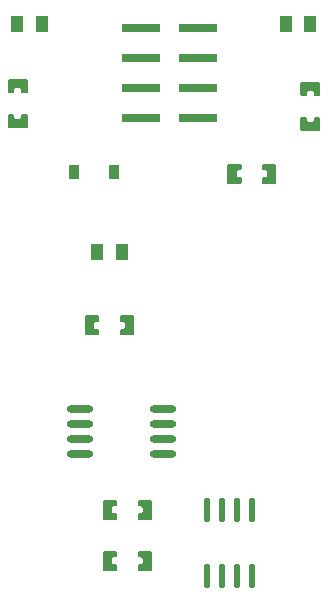
<source format=gtp>
G04 Layer: TopPasteMaskLayer*
G04 Panelize: Stamp Hole, Column: 3, Row: 1, Board Size: 32.78mm x 60.14mm, Panelized Board Size: 108.35mm x 60.14mm*
G04 EasyEDA v6.5.42, 2024-02-25 13:01:32*
G04 b3e2e6fb8f204fb0a1d4e493a2091a1c,d07ef30ec77949ce8e11233ba57d236c,10*
G04 Gerber Generator version 0.2*
G04 Scale: 100 percent, Rotated: No, Reflected: No *
G04 Dimensions in millimeters *
G04 leading zeros omitted , absolute positions ,4 integer and 5 decimal *
%FSLAX45Y45*%
%MOMM*%

%AMMACRO1*21,1,$1,$2,0,0,$3*%
%ADD10R,0.9500X1.1500*%
%ADD11O,0.58801X2.0450048*%
%ADD12MACRO1,1X1.3995X0.0000*%
%ADD13R,1.0000X1.3995*%
%ADD14O,2.2500082X0.6299962*%
%ADD15R,3.2000X0.8000*%

%LPD*%
G36*
X2751785Y5076139D02*
G01*
X2741777Y5066131D01*
X2741777Y5030012D01*
X2751785Y5020005D01*
X2772867Y5020005D01*
X2782874Y5009997D01*
X2782874Y4972202D01*
X2772867Y4962194D01*
X2751785Y4962194D01*
X2741777Y4952187D01*
X2741777Y4916068D01*
X2751785Y4906060D01*
X2852572Y4906060D01*
X2862529Y4916068D01*
X2862529Y5066131D01*
X2852572Y5076139D01*
G37*
G36*
X2456027Y5076139D02*
G01*
X2446070Y5066131D01*
X2446070Y4916068D01*
X2456027Y4906060D01*
X2556814Y4906060D01*
X2566822Y4916068D01*
X2566822Y4952187D01*
X2556814Y4962194D01*
X2535732Y4962194D01*
X2525725Y4972202D01*
X2525725Y5009997D01*
X2535732Y5020005D01*
X2556814Y5020005D01*
X2566822Y5030012D01*
X2566822Y5066131D01*
X2556814Y5076139D01*
G37*
G36*
X1401927Y2231339D02*
G01*
X1391970Y2221331D01*
X1391970Y2071268D01*
X1401927Y2061260D01*
X1502714Y2061260D01*
X1512722Y2071268D01*
X1512722Y2107387D01*
X1502714Y2117394D01*
X1481632Y2117394D01*
X1471625Y2127402D01*
X1471625Y2165197D01*
X1481632Y2175205D01*
X1502714Y2175205D01*
X1512722Y2185212D01*
X1512722Y2221331D01*
X1502714Y2231339D01*
G37*
G36*
X1697685Y2231339D02*
G01*
X1687677Y2221331D01*
X1687677Y2185212D01*
X1697685Y2175205D01*
X1718767Y2175205D01*
X1728774Y2165197D01*
X1728774Y2127402D01*
X1718767Y2117394D01*
X1697685Y2117394D01*
X1687677Y2107387D01*
X1687677Y2071268D01*
X1697685Y2061260D01*
X1798472Y2061260D01*
X1808429Y2071268D01*
X1808429Y2221331D01*
X1798472Y2231339D01*
G37*
G36*
X1697685Y1799539D02*
G01*
X1687677Y1789531D01*
X1687677Y1753412D01*
X1697685Y1743405D01*
X1718767Y1743405D01*
X1728774Y1733397D01*
X1728774Y1695602D01*
X1718767Y1685594D01*
X1697685Y1685594D01*
X1687677Y1675587D01*
X1687677Y1639468D01*
X1697685Y1629460D01*
X1798472Y1629460D01*
X1808429Y1639468D01*
X1808429Y1789531D01*
X1798472Y1799539D01*
G37*
G36*
X1401927Y1799539D02*
G01*
X1391970Y1789531D01*
X1391970Y1639468D01*
X1401927Y1629460D01*
X1502714Y1629460D01*
X1512722Y1639468D01*
X1512722Y1675587D01*
X1502714Y1685594D01*
X1481632Y1685594D01*
X1471625Y1695602D01*
X1471625Y1733397D01*
X1481632Y1743405D01*
X1502714Y1743405D01*
X1512722Y1753412D01*
X1512722Y1789531D01*
X1502714Y1799539D01*
G37*
G36*
X3074568Y5475122D02*
G01*
X3064560Y5465114D01*
X3064560Y5364327D01*
X3074568Y5354370D01*
X3224631Y5354370D01*
X3234639Y5364327D01*
X3234639Y5465114D01*
X3224631Y5475122D01*
X3188512Y5475122D01*
X3178505Y5465114D01*
X3178505Y5444032D01*
X3168497Y5434025D01*
X3130702Y5434025D01*
X3120694Y5444032D01*
X3120694Y5465114D01*
X3110687Y5475122D01*
G37*
G36*
X3074568Y5770829D02*
G01*
X3064560Y5760872D01*
X3064560Y5660085D01*
X3074568Y5650077D01*
X3110687Y5650077D01*
X3120694Y5660085D01*
X3120694Y5681167D01*
X3130702Y5691174D01*
X3168497Y5691174D01*
X3178505Y5681167D01*
X3178505Y5660085D01*
X3188512Y5650077D01*
X3224631Y5650077D01*
X3234639Y5660085D01*
X3234639Y5760872D01*
X3224631Y5770829D01*
G37*
G36*
X1545285Y3793439D02*
G01*
X1535277Y3783431D01*
X1535277Y3747312D01*
X1545285Y3737305D01*
X1566367Y3737305D01*
X1576374Y3727297D01*
X1576374Y3689502D01*
X1566367Y3679494D01*
X1545285Y3679494D01*
X1535277Y3669487D01*
X1535277Y3633368D01*
X1545285Y3623360D01*
X1646072Y3623360D01*
X1656029Y3633368D01*
X1656029Y3783431D01*
X1646072Y3793439D01*
G37*
G36*
X1249527Y3793439D02*
G01*
X1239570Y3783431D01*
X1239570Y3633368D01*
X1249527Y3623360D01*
X1350314Y3623360D01*
X1360322Y3633368D01*
X1360322Y3669487D01*
X1350314Y3679494D01*
X1329232Y3679494D01*
X1319225Y3689502D01*
X1319225Y3727297D01*
X1329232Y3737305D01*
X1350314Y3737305D01*
X1360322Y3747312D01*
X1360322Y3783431D01*
X1350314Y3793439D01*
G37*
G36*
X598068Y5796229D02*
G01*
X588060Y5786272D01*
X588060Y5685485D01*
X598068Y5675477D01*
X634187Y5675477D01*
X644194Y5685485D01*
X644194Y5706567D01*
X654202Y5716574D01*
X691997Y5716574D01*
X702005Y5706567D01*
X702005Y5685485D01*
X712012Y5675477D01*
X748131Y5675477D01*
X758139Y5685485D01*
X758139Y5786272D01*
X748131Y5796229D01*
G37*
G36*
X598068Y5500522D02*
G01*
X588060Y5490514D01*
X588060Y5389727D01*
X598068Y5379770D01*
X748131Y5379770D01*
X758139Y5389727D01*
X758139Y5490514D01*
X748131Y5500522D01*
X712012Y5500522D01*
X702005Y5490514D01*
X702005Y5469432D01*
X691997Y5459425D01*
X654202Y5459425D01*
X644194Y5469432D01*
X644194Y5490514D01*
X634187Y5500522D01*
G37*
D10*
G01*
X1151559Y5003800D03*
G01*
X1490040Y5003800D03*
D11*
G01*
X2273300Y1589659D03*
G01*
X2400300Y1589659D03*
G01*
X2527300Y1589659D03*
G01*
X2654300Y1589659D03*
G01*
X2273300Y2144140D03*
G01*
X2400300Y2144140D03*
G01*
X2527300Y2144140D03*
G01*
X2654300Y2144140D03*
D12*
G01*
X2939783Y6261100D03*
D13*
G01*
X3149828Y6261100D03*
D12*
G01*
X1342783Y4330700D03*
D13*
G01*
X1552829Y4330700D03*
D12*
G01*
X879741Y6261100D03*
D13*
G01*
X669670Y6261100D03*
D14*
G01*
X1196390Y2997200D03*
G01*
X1196390Y2870200D03*
G01*
X1196390Y2743200D03*
G01*
X1196390Y2616200D03*
G01*
X1902409Y2997200D03*
G01*
X1902409Y2870200D03*
G01*
X1902409Y2743200D03*
G01*
X1902409Y2616200D03*
D15*
G01*
X2195804Y5461000D03*
G01*
X1715820Y5461000D03*
G01*
X2195804Y5715000D03*
G01*
X1715820Y5715000D03*
G01*
X2195804Y5969000D03*
G01*
X1715820Y5969000D03*
G01*
X2195804Y6223000D03*
G01*
X1715820Y6223000D03*
M02*

</source>
